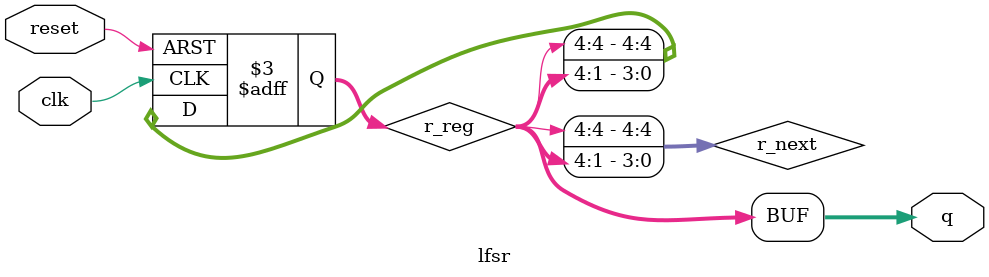
<source format=v>
module lfsr( 
    input clk,
    input reset,
    output [4:0] q
); 
reg [4:0] r_reg;
wire [4:0] r_next;
wire feedback_value;
// on reset set the value of r_reg to 1
// otherwise assign r_next to r_reg
// assign the xor of bit positions 2 and 4 of r_reg to feedback_value
// assign feedback value concatenated with 4 MSBs of r_reg to r_next
// assign r_reg to the output q
always @(posedge clk or posedge reset)
begin
	if(reset)
	begin
	r_reg <= 5'b00000;
	end
	else
	begin
	r_reg <= r_next;
	end
end
assign q = r_reg;
assign feedback_value = r_reg[2] ^ r_reg[4];
// concat r_reg with its 2 MSB to give r_next
assign r_next = {r_reg[4],r_reg[4:1]};
endmodule

</source>
